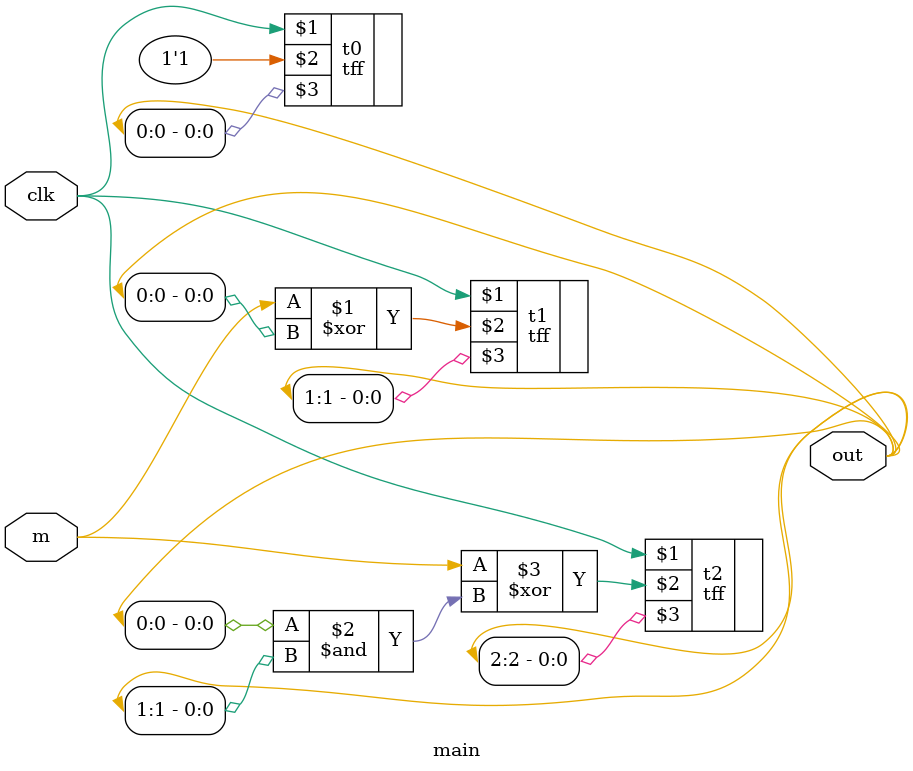
<source format=v>
`timescale 1ns / 1ps
module main(
		clk,out,m
    );
input clk,m;
output [2:0] out;

tff t0 (clk,1'b1,out[0]);
tff t1 (clk,(m^out[0]),out[1]);
tff t2 (clk,(m^(out[0]&out[1])),out[2]);

endmodule

</source>
